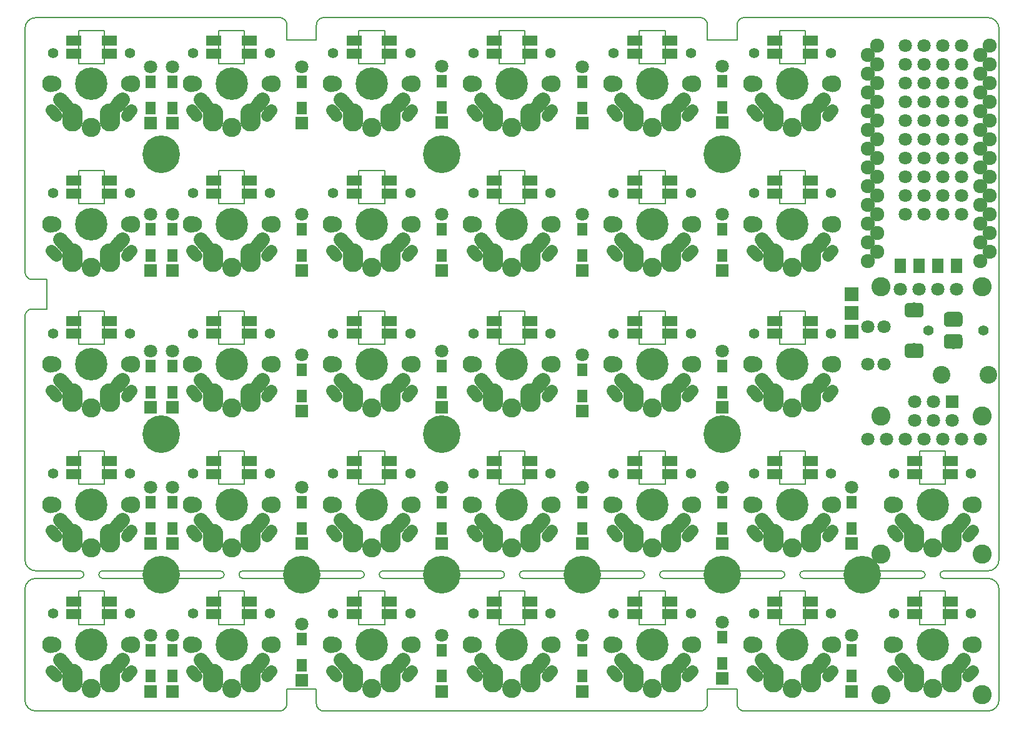
<source format=gbr>
G04 #@! TF.GenerationSoftware,KiCad,Pcbnew,(5.1.2)-2*
G04 #@! TF.CreationDate,2019-08-20T00:13:47-05:00*
G04 #@! TF.ProjectId,helix,68656c69-782e-46b6-9963-61645f706362,rev?*
G04 #@! TF.SameCoordinates,Original*
G04 #@! TF.FileFunction,Soldermask,Bot*
G04 #@! TF.FilePolarity,Negative*
%FSLAX46Y46*%
G04 Gerber Fmt 4.6, Leading zero omitted, Abs format (unit mm)*
G04 Created by KiCad (PCBNEW (5.1.2)-2) date 2019-08-20 00:13:47*
%MOMM*%
%LPD*%
G04 APERTURE LIST*
%ADD10C,0.150000*%
%ADD11C,0.100000*%
%ADD12C,2.000000*%
%ADD13C,1.400000*%
%ADD14C,2.400000*%
%ADD15C,1.797000*%
%ADD16C,1.924000*%
%ADD17C,5.100400*%
%ADD18R,1.797000X1.797000*%
%ADD19R,2.000000X1.400000*%
%ADD20C,2.600000*%
%ADD21R,1.543000X1.035000*%
%ADD22R,1.350000X1.700000*%
%ADD23R,1.924000X1.924000*%
%ADD24C,2.100000*%
%ADD25C,2.800000*%
%ADD26C,1.950000*%
%ADD27C,1.950000*%
%ADD28C,1.650000*%
%ADD29C,1.650000*%
%ADD30C,2.300000*%
%ADD31C,4.400000*%
G04 APERTURE END LIST*
D10*
X180500000Y-138000000D02*
X213500000Y-138000000D01*
X179500000Y-135000000D02*
X179500000Y-137000000D01*
X175500000Y-137000000D02*
X175500000Y-135000000D01*
X123500000Y-138000000D02*
X174500000Y-138000000D01*
X117500000Y-138000000D02*
X84500000Y-138000000D01*
X122500000Y-135000000D02*
X122500000Y-137000000D01*
X118500000Y-135000000D02*
X118500000Y-137000000D01*
X83000000Y-84500000D02*
X83000000Y-117500000D01*
X86000000Y-83500000D02*
X84000000Y-83500000D01*
X84000000Y-79500000D02*
X86000000Y-79500000D01*
X83000000Y-45500000D02*
X83000000Y-78500000D01*
X179500000Y-137000000D02*
G75*
G03X180500000Y-138000000I1000000J0D01*
G01*
X174500000Y-138000000D02*
G75*
G03X175500000Y-137000000I0J1000000D01*
G01*
X122500000Y-137000000D02*
G75*
G03X123500000Y-138000000I1000000J0D01*
G01*
X117500000Y-138000000D02*
G75*
G03X118500000Y-137000000I0J1000000D01*
G01*
X84000000Y-83500000D02*
G75*
G03X83000000Y-84500000I0J-1000000D01*
G01*
X83000000Y-78500000D02*
G75*
G03X84000000Y-79500000I1000000J0D01*
G01*
X180500000Y-44000000D02*
X213500000Y-44000000D01*
X179500000Y-45000000D02*
X179500000Y-47000000D01*
X180500000Y-44000000D02*
G75*
G03X179500000Y-45000000I0J-1000000D01*
G01*
X175500000Y-45000000D02*
X175500000Y-47000000D01*
X175500000Y-45000000D02*
G75*
G03X174500000Y-44000000I-1000000J0D01*
G01*
X123500000Y-44000000D02*
X174500000Y-44000000D01*
X122500000Y-47000000D02*
X122500000Y-45000000D01*
X123500000Y-44000000D02*
G75*
G03X122500000Y-45000000I0J-1000000D01*
G01*
X117500000Y-44000000D02*
X84500000Y-44000000D01*
X118500000Y-45000000D02*
X118500000Y-47000000D01*
X118500000Y-45000000D02*
G75*
G03X117500000Y-44000000I-1000000J0D01*
G01*
X175500000Y-135000000D02*
X179500000Y-135000000D01*
X118500000Y-135000000D02*
X122500000Y-135000000D01*
X175500000Y-47000000D02*
X179500000Y-47000000D01*
X118500000Y-47000000D02*
X122500000Y-47000000D01*
X86000000Y-79500000D02*
X86000000Y-83500000D01*
X204250000Y-126250000D02*
X204250000Y-121750000D01*
X207750000Y-126250000D02*
X204250000Y-126250000D01*
X207750000Y-121750000D02*
X207750000Y-126250000D01*
X204250000Y-121750000D02*
X207750000Y-121750000D01*
X185250000Y-126250000D02*
X185250000Y-121750000D01*
X188750000Y-126250000D02*
X185250000Y-126250000D01*
X188750000Y-121750000D02*
X188750000Y-126250000D01*
X185250000Y-121750000D02*
X188750000Y-121750000D01*
X166250000Y-126250000D02*
X166250000Y-121750000D01*
X169750000Y-126250000D02*
X166250000Y-126250000D01*
X169750000Y-121750000D02*
X169750000Y-126250000D01*
X166250000Y-121750000D02*
X169750000Y-121750000D01*
X147250000Y-126250000D02*
X147250000Y-121750000D01*
X150750000Y-126250000D02*
X147250000Y-126250000D01*
X150750000Y-121750000D02*
X150750000Y-126250000D01*
X147250000Y-121750000D02*
X150750000Y-121750000D01*
X128250000Y-126250000D02*
X128250000Y-121750000D01*
X131750000Y-126250000D02*
X128250000Y-126250000D01*
X131750000Y-121750000D02*
X131750000Y-126250000D01*
X128250000Y-121750000D02*
X131750000Y-121750000D01*
X109250000Y-126250000D02*
X109250000Y-121750000D01*
X112750000Y-126250000D02*
X109250000Y-126250000D01*
X112750000Y-121750000D02*
X112750000Y-126250000D01*
X109250000Y-121750000D02*
X112750000Y-121750000D01*
X90250000Y-126250000D02*
X90250000Y-121750000D01*
X93750000Y-126250000D02*
X90250000Y-126250000D01*
X93750000Y-121750000D02*
X93750000Y-126250000D01*
X90250000Y-121750000D02*
X93750000Y-121750000D01*
X90250000Y-107250000D02*
X90250000Y-102750000D01*
X93750000Y-107250000D02*
X90250000Y-107250000D01*
X93750000Y-102750000D02*
X93750000Y-107250000D01*
X90250000Y-102750000D02*
X93750000Y-102750000D01*
X109250000Y-107250000D02*
X109250000Y-102750000D01*
X112750000Y-107250000D02*
X109250000Y-107250000D01*
X112750000Y-102750000D02*
X112750000Y-107250000D01*
X109250000Y-102750000D02*
X112750000Y-102750000D01*
X128250000Y-107250000D02*
X128250000Y-102750000D01*
X131750000Y-107250000D02*
X128250000Y-107250000D01*
X131750000Y-102750000D02*
X131750000Y-107250000D01*
X128250000Y-102750000D02*
X131750000Y-102750000D01*
X147250000Y-107250000D02*
X147250000Y-102750000D01*
X150750000Y-107250000D02*
X147250000Y-107250000D01*
X150750000Y-102750000D02*
X150750000Y-107250000D01*
X147250000Y-102750000D02*
X150750000Y-102750000D01*
X166250000Y-107250000D02*
X166250000Y-102750000D01*
X169750000Y-107250000D02*
X166250000Y-107250000D01*
X169750000Y-102750000D02*
X169750000Y-107250000D01*
X166250000Y-102750000D02*
X169750000Y-102750000D01*
X185250000Y-107250000D02*
X185250000Y-102750000D01*
X188750000Y-107250000D02*
X185250000Y-107250000D01*
X188750000Y-102750000D02*
X188750000Y-107250000D01*
X185250000Y-102750000D02*
X188750000Y-102750000D01*
X204250000Y-107250000D02*
X204250000Y-102750000D01*
X207750000Y-107250000D02*
X204250000Y-107250000D01*
X207750000Y-102750000D02*
X207750000Y-107250000D01*
X204250000Y-102750000D02*
X207750000Y-102750000D01*
X185250000Y-88250000D02*
X185250000Y-83750000D01*
X188750000Y-88250000D02*
X185250000Y-88250000D01*
X188750000Y-83750000D02*
X188750000Y-88250000D01*
X185250000Y-83750000D02*
X188750000Y-83750000D01*
X166250000Y-88250000D02*
X166250000Y-83750000D01*
X169750000Y-88250000D02*
X166250000Y-88250000D01*
X169750000Y-83750000D02*
X169750000Y-88250000D01*
X166250000Y-83750000D02*
X169750000Y-83750000D01*
X147250000Y-88250000D02*
X147250000Y-83750000D01*
X150750000Y-88250000D02*
X147250000Y-88250000D01*
X150750000Y-83750000D02*
X150750000Y-88250000D01*
X147250000Y-83750000D02*
X150750000Y-83750000D01*
X128250000Y-88250000D02*
X128250000Y-83750000D01*
X131750000Y-88250000D02*
X128250000Y-88250000D01*
X131750000Y-83750000D02*
X131750000Y-88250000D01*
X128250000Y-83750000D02*
X131750000Y-83750000D01*
X109250000Y-88250000D02*
X109250000Y-83750000D01*
X112750000Y-88250000D02*
X109250000Y-88250000D01*
X112750000Y-83750000D02*
X112750000Y-88250000D01*
X109250000Y-83750000D02*
X112750000Y-83750000D01*
X90250000Y-88250000D02*
X90250000Y-83750000D01*
X93750000Y-88250000D02*
X90250000Y-88250000D01*
X93750000Y-83750000D02*
X93750000Y-88250000D01*
X90250000Y-83750000D02*
X93750000Y-83750000D01*
X90250000Y-69250000D02*
X90250000Y-64750000D01*
X93750000Y-69250000D02*
X90250000Y-69250000D01*
X93750000Y-64750000D02*
X93750000Y-69250000D01*
X90250000Y-64750000D02*
X93750000Y-64750000D01*
X109250000Y-69250000D02*
X109250000Y-64750000D01*
X112750000Y-69250000D02*
X109250000Y-69250000D01*
X112750000Y-64750000D02*
X112750000Y-69250000D01*
X109250000Y-64750000D02*
X112750000Y-64750000D01*
X128250000Y-69250000D02*
X128250000Y-64750000D01*
X131750000Y-69250000D02*
X128250000Y-69250000D01*
X131750000Y-64750000D02*
X131750000Y-69250000D01*
X128250000Y-64750000D02*
X131750000Y-64750000D01*
X147250000Y-69250000D02*
X147250000Y-64750000D01*
X150750000Y-69250000D02*
X147250000Y-69250000D01*
X150750000Y-64750000D02*
X150750000Y-69250000D01*
X147250000Y-64750000D02*
X150750000Y-64750000D01*
X166250000Y-69250000D02*
X166250000Y-64750000D01*
X169750000Y-69250000D02*
X166250000Y-69250000D01*
X169750000Y-64750000D02*
X169750000Y-69250000D01*
X166250000Y-64750000D02*
X169750000Y-64750000D01*
X185250000Y-69250000D02*
X185250000Y-64750000D01*
X188750000Y-69250000D02*
X185250000Y-69250000D01*
X188750000Y-64750000D02*
X188750000Y-69250000D01*
X185250000Y-64750000D02*
X188750000Y-64750000D01*
X185250000Y-50250000D02*
X185250000Y-45750000D01*
X188750000Y-50250000D02*
X185250000Y-50250000D01*
X188750000Y-45750000D02*
X188750000Y-50250000D01*
X185250000Y-45750000D02*
X188750000Y-45750000D01*
X166250000Y-50250000D02*
X166250000Y-45750000D01*
X169750000Y-50250000D02*
X166250000Y-50250000D01*
X169750000Y-45750000D02*
X169750000Y-50250000D01*
X166250000Y-45750000D02*
X169750000Y-45750000D01*
X147250000Y-50250000D02*
X147250000Y-45750000D01*
X150750000Y-50250000D02*
X147250000Y-50250000D01*
X150750000Y-45750000D02*
X150750000Y-50250000D01*
X147250000Y-45750000D02*
X150750000Y-45750000D01*
X128250000Y-50250000D02*
X128250000Y-45750000D01*
X131750000Y-50250000D02*
X128250000Y-50250000D01*
X131750000Y-45750000D02*
X131750000Y-50250000D01*
X128250000Y-45750000D02*
X131750000Y-45750000D01*
X109250000Y-50250000D02*
X109250000Y-45750000D01*
X112750000Y-50250000D02*
X109250000Y-50250000D01*
X112750000Y-45750000D02*
X112750000Y-50250000D01*
X109250000Y-45750000D02*
X112750000Y-45750000D01*
X90250000Y-50250000D02*
X90250000Y-45750000D01*
X93750000Y-50250000D02*
X90250000Y-50250000D01*
X93750000Y-45750000D02*
X93750000Y-50250000D01*
X90250000Y-45750000D02*
X93750000Y-45750000D01*
X204500000Y-120000000D02*
X188500000Y-120000000D01*
X188500000Y-119000000D02*
X204500000Y-119000000D01*
X185500000Y-120000000D02*
X169500000Y-120000000D01*
X169500000Y-119000000D02*
X185500000Y-119000000D01*
X166500000Y-120000000D02*
X150500000Y-120000000D01*
X150500000Y-119000000D02*
X166500000Y-119000000D01*
X147500000Y-120000000D02*
X131500000Y-120000000D01*
X131500000Y-119000000D02*
X147500000Y-119000000D01*
X128500000Y-120000000D02*
X112500000Y-120000000D01*
X112500000Y-119000000D02*
X128500000Y-119000000D01*
X93500000Y-120000000D02*
X109500000Y-120000000D01*
X93500000Y-119000000D02*
X109500000Y-119000000D01*
X90500000Y-120000000D02*
X84500000Y-120000000D01*
X84500000Y-119000000D02*
X90500000Y-119000000D01*
X215000000Y-117500000D02*
X215000000Y-45500000D01*
X207500000Y-119000000D02*
X213500000Y-119000000D01*
X213500000Y-120000000D02*
X207500000Y-120000000D01*
X215000000Y-136500000D02*
X215000000Y-121500000D01*
X83000000Y-121500000D02*
X83000000Y-136500000D01*
X215000000Y-45500000D02*
G75*
G03X213500000Y-44000000I-1500000J0D01*
G01*
X84500000Y-44000000D02*
G75*
G03X83000000Y-45500000I0J-1500000D01*
G01*
X207000000Y-119500000D02*
G75*
G03X207500000Y-120000000I500000J0D01*
G01*
X207500000Y-119000000D02*
G75*
G03X207000000Y-119500000I0J-500000D01*
G01*
X204500000Y-120000000D02*
G75*
G03X205000000Y-119500000I0J500000D01*
G01*
X205000000Y-119500000D02*
G75*
G03X204500000Y-119000000I-500000J0D01*
G01*
X188000000Y-119500000D02*
G75*
G03X188500000Y-120000000I500000J0D01*
G01*
X188500000Y-119000000D02*
G75*
G03X188000000Y-119500000I0J-500000D01*
G01*
X185500000Y-120000000D02*
G75*
G03X186000000Y-119500000I0J500000D01*
G01*
X186000000Y-119500000D02*
G75*
G03X185500000Y-119000000I-500000J0D01*
G01*
X169000000Y-119500000D02*
G75*
G03X169500000Y-120000000I500000J0D01*
G01*
X169500000Y-119000000D02*
G75*
G03X169000000Y-119500000I0J-500000D01*
G01*
X166500000Y-120000000D02*
G75*
G03X167000000Y-119500000I0J500000D01*
G01*
X167000000Y-119500000D02*
G75*
G03X166500000Y-119000000I-500000J0D01*
G01*
X150000000Y-119500000D02*
G75*
G03X150500000Y-120000000I500000J0D01*
G01*
X150500000Y-119000000D02*
G75*
G03X150000000Y-119500000I0J-500000D01*
G01*
X147500000Y-120000000D02*
G75*
G03X148000000Y-119500000I0J500000D01*
G01*
X148000000Y-119500000D02*
G75*
G03X147500000Y-119000000I-500000J0D01*
G01*
X131000000Y-119500000D02*
G75*
G03X131500000Y-120000000I500000J0D01*
G01*
X131500000Y-119000000D02*
G75*
G03X131000000Y-119500000I0J-500000D01*
G01*
X128500000Y-120000000D02*
G75*
G03X129000000Y-119500000I0J500000D01*
G01*
X129000000Y-119500000D02*
G75*
G03X128500000Y-119000000I-500000J0D01*
G01*
X112000000Y-119500000D02*
G75*
G03X112500000Y-120000000I500000J0D01*
G01*
X112500000Y-119000000D02*
G75*
G03X112000000Y-119500000I0J-500000D01*
G01*
X109500000Y-120000000D02*
G75*
G03X110000000Y-119500000I0J500000D01*
G01*
X110000000Y-119500000D02*
G75*
G03X109500000Y-119000000I-500000J0D01*
G01*
X93000000Y-119500000D02*
G75*
G03X93500000Y-120000000I500000J0D01*
G01*
X93500000Y-119000000D02*
G75*
G03X93000000Y-119500000I0J-500000D01*
G01*
X90500000Y-120000000D02*
G75*
G03X91000000Y-119500000I0J500000D01*
G01*
X91000000Y-119500000D02*
G75*
G03X90500000Y-119000000I-500000J0D01*
G01*
X83000000Y-117500000D02*
G75*
G03X84500000Y-119000000I1500000J0D01*
G01*
X84500000Y-120000000D02*
G75*
G03X83000000Y-121500000I0J-1500000D01*
G01*
X83000000Y-136500000D02*
G75*
G03X84500000Y-138000000I1500000J0D01*
G01*
X213500000Y-138000000D02*
G75*
G03X215000000Y-136500000I0J1500000D01*
G01*
X215000000Y-121500000D02*
G75*
G03X213500000Y-120000000I-1500000J0D01*
G01*
X213500000Y-119000000D02*
G75*
G03X215000000Y-117500000I0J1500000D01*
G01*
D11*
G36*
X209599009Y-86902408D02*
G01*
X209647545Y-86909607D01*
X209695142Y-86921530D01*
X209741342Y-86938060D01*
X209785698Y-86959039D01*
X209827785Y-86984265D01*
X209867197Y-87013495D01*
X209903553Y-87046447D01*
X209936505Y-87082803D01*
X209965735Y-87122215D01*
X209990961Y-87164302D01*
X210011940Y-87208658D01*
X210028470Y-87254858D01*
X210040393Y-87302455D01*
X210047592Y-87350991D01*
X210050000Y-87400000D01*
X210050000Y-88400000D01*
X210047592Y-88449009D01*
X210040393Y-88497545D01*
X210028470Y-88545142D01*
X210011940Y-88591342D01*
X209990961Y-88635698D01*
X209965735Y-88677785D01*
X209936505Y-88717197D01*
X209903553Y-88753553D01*
X209867197Y-88786505D01*
X209827785Y-88815735D01*
X209785698Y-88840961D01*
X209741342Y-88861940D01*
X209695142Y-88878470D01*
X209647545Y-88890393D01*
X209599009Y-88897592D01*
X209550000Y-88900000D01*
X208050000Y-88900000D01*
X208000991Y-88897592D01*
X207952455Y-88890393D01*
X207904858Y-88878470D01*
X207858658Y-88861940D01*
X207814302Y-88840961D01*
X207772215Y-88815735D01*
X207732803Y-88786505D01*
X207696447Y-88753553D01*
X207663495Y-88717197D01*
X207634265Y-88677785D01*
X207609039Y-88635698D01*
X207588060Y-88591342D01*
X207571530Y-88545142D01*
X207559607Y-88497545D01*
X207552408Y-88449009D01*
X207550000Y-88400000D01*
X207550000Y-87400000D01*
X207552408Y-87350991D01*
X207559607Y-87302455D01*
X207571530Y-87254858D01*
X207588060Y-87208658D01*
X207609039Y-87164302D01*
X207634265Y-87122215D01*
X207663495Y-87082803D01*
X207696447Y-87046447D01*
X207732803Y-87013495D01*
X207772215Y-86984265D01*
X207814302Y-86959039D01*
X207858658Y-86938060D01*
X207904858Y-86921530D01*
X207952455Y-86909607D01*
X208000991Y-86902408D01*
X208050000Y-86900000D01*
X209550000Y-86900000D01*
X209599009Y-86902408D01*
X209599009Y-86902408D01*
G37*
D12*
X208800000Y-87900000D03*
D11*
G36*
X204299009Y-82652408D02*
G01*
X204347545Y-82659607D01*
X204395142Y-82671530D01*
X204441342Y-82688060D01*
X204485698Y-82709039D01*
X204527785Y-82734265D01*
X204567197Y-82763495D01*
X204603553Y-82796447D01*
X204636505Y-82832803D01*
X204665735Y-82872215D01*
X204690961Y-82914302D01*
X204711940Y-82958658D01*
X204728470Y-83004858D01*
X204740393Y-83052455D01*
X204747592Y-83100991D01*
X204750000Y-83150000D01*
X204750000Y-84150000D01*
X204747592Y-84199009D01*
X204740393Y-84247545D01*
X204728470Y-84295142D01*
X204711940Y-84341342D01*
X204690961Y-84385698D01*
X204665735Y-84427785D01*
X204636505Y-84467197D01*
X204603553Y-84503553D01*
X204567197Y-84536505D01*
X204527785Y-84565735D01*
X204485698Y-84590961D01*
X204441342Y-84611940D01*
X204395142Y-84628470D01*
X204347545Y-84640393D01*
X204299009Y-84647592D01*
X204250000Y-84650000D01*
X202750000Y-84650000D01*
X202700991Y-84647592D01*
X202652455Y-84640393D01*
X202604858Y-84628470D01*
X202558658Y-84611940D01*
X202514302Y-84590961D01*
X202472215Y-84565735D01*
X202432803Y-84536505D01*
X202396447Y-84503553D01*
X202363495Y-84467197D01*
X202334265Y-84427785D01*
X202309039Y-84385698D01*
X202288060Y-84341342D01*
X202271530Y-84295142D01*
X202259607Y-84247545D01*
X202252408Y-84199009D01*
X202250000Y-84150000D01*
X202250000Y-83150000D01*
X202252408Y-83100991D01*
X202259607Y-83052455D01*
X202271530Y-83004858D01*
X202288060Y-82958658D01*
X202309039Y-82914302D01*
X202334265Y-82872215D01*
X202363495Y-82832803D01*
X202396447Y-82796447D01*
X202432803Y-82763495D01*
X202472215Y-82734265D01*
X202514302Y-82709039D01*
X202558658Y-82688060D01*
X202604858Y-82671530D01*
X202652455Y-82659607D01*
X202700991Y-82652408D01*
X202750000Y-82650000D01*
X204250000Y-82650000D01*
X204299009Y-82652408D01*
X204299009Y-82652408D01*
G37*
D12*
X203500000Y-83650000D03*
D11*
G36*
X204299009Y-88152408D02*
G01*
X204347545Y-88159607D01*
X204395142Y-88171530D01*
X204441342Y-88188060D01*
X204485698Y-88209039D01*
X204527785Y-88234265D01*
X204567197Y-88263495D01*
X204603553Y-88296447D01*
X204636505Y-88332803D01*
X204665735Y-88372215D01*
X204690961Y-88414302D01*
X204711940Y-88458658D01*
X204728470Y-88504858D01*
X204740393Y-88552455D01*
X204747592Y-88600991D01*
X204750000Y-88650000D01*
X204750000Y-89650000D01*
X204747592Y-89699009D01*
X204740393Y-89747545D01*
X204728470Y-89795142D01*
X204711940Y-89841342D01*
X204690961Y-89885698D01*
X204665735Y-89927785D01*
X204636505Y-89967197D01*
X204603553Y-90003553D01*
X204567197Y-90036505D01*
X204527785Y-90065735D01*
X204485698Y-90090961D01*
X204441342Y-90111940D01*
X204395142Y-90128470D01*
X204347545Y-90140393D01*
X204299009Y-90147592D01*
X204250000Y-90150000D01*
X202750000Y-90150000D01*
X202700991Y-90147592D01*
X202652455Y-90140393D01*
X202604858Y-90128470D01*
X202558658Y-90111940D01*
X202514302Y-90090961D01*
X202472215Y-90065735D01*
X202432803Y-90036505D01*
X202396447Y-90003553D01*
X202363495Y-89967197D01*
X202334265Y-89927785D01*
X202309039Y-89885698D01*
X202288060Y-89841342D01*
X202271530Y-89795142D01*
X202259607Y-89747545D01*
X202252408Y-89699009D01*
X202250000Y-89650000D01*
X202250000Y-88650000D01*
X202252408Y-88600991D01*
X202259607Y-88552455D01*
X202271530Y-88504858D01*
X202288060Y-88458658D01*
X202309039Y-88414302D01*
X202334265Y-88372215D01*
X202363495Y-88332803D01*
X202396447Y-88296447D01*
X202432803Y-88263495D01*
X202472215Y-88234265D01*
X202514302Y-88209039D01*
X202558658Y-88188060D01*
X202604858Y-88171530D01*
X202652455Y-88159607D01*
X202700991Y-88152408D01*
X202750000Y-88150000D01*
X204250000Y-88150000D01*
X204299009Y-88152408D01*
X204299009Y-88152408D01*
G37*
D12*
X203500000Y-89150000D03*
D11*
G36*
X209599009Y-83902408D02*
G01*
X209647545Y-83909607D01*
X209695142Y-83921530D01*
X209741342Y-83938060D01*
X209785698Y-83959039D01*
X209827785Y-83984265D01*
X209867197Y-84013495D01*
X209903553Y-84046447D01*
X209936505Y-84082803D01*
X209965735Y-84122215D01*
X209990961Y-84164302D01*
X210011940Y-84208658D01*
X210028470Y-84254858D01*
X210040393Y-84302455D01*
X210047592Y-84350991D01*
X210050000Y-84400000D01*
X210050000Y-85400000D01*
X210047592Y-85449009D01*
X210040393Y-85497545D01*
X210028470Y-85545142D01*
X210011940Y-85591342D01*
X209990961Y-85635698D01*
X209965735Y-85677785D01*
X209936505Y-85717197D01*
X209903553Y-85753553D01*
X209867197Y-85786505D01*
X209827785Y-85815735D01*
X209785698Y-85840961D01*
X209741342Y-85861940D01*
X209695142Y-85878470D01*
X209647545Y-85890393D01*
X209599009Y-85897592D01*
X209550000Y-85900000D01*
X208050000Y-85900000D01*
X208000991Y-85897592D01*
X207952455Y-85890393D01*
X207904858Y-85878470D01*
X207858658Y-85861940D01*
X207814302Y-85840961D01*
X207772215Y-85815735D01*
X207732803Y-85786505D01*
X207696447Y-85753553D01*
X207663495Y-85717197D01*
X207634265Y-85677785D01*
X207609039Y-85635698D01*
X207588060Y-85591342D01*
X207571530Y-85545142D01*
X207559607Y-85497545D01*
X207552408Y-85449009D01*
X207550000Y-85400000D01*
X207550000Y-84400000D01*
X207552408Y-84350991D01*
X207559607Y-84302455D01*
X207571530Y-84254858D01*
X207588060Y-84208658D01*
X207609039Y-84164302D01*
X207634265Y-84122215D01*
X207663495Y-84082803D01*
X207696447Y-84046447D01*
X207732803Y-84013495D01*
X207772215Y-83984265D01*
X207814302Y-83959039D01*
X207858658Y-83938060D01*
X207904858Y-83921530D01*
X207952455Y-83909607D01*
X208000991Y-83902408D01*
X208050000Y-83900000D01*
X209550000Y-83900000D01*
X209599009Y-83902408D01*
X209599009Y-83902408D01*
G37*
D12*
X208800000Y-84900000D03*
D13*
X205400000Y-86400000D03*
X212900000Y-86400000D03*
D14*
X213600000Y-92400000D03*
X207200000Y-92400000D03*
D15*
X197220000Y-85910000D03*
X197220000Y-90990000D03*
X199400000Y-85910000D03*
X199400000Y-90990000D03*
D16*
X198490000Y-47810000D03*
X198490000Y-50350000D03*
X198490000Y-52890000D03*
X198490000Y-55430000D03*
X198490000Y-57970000D03*
X198490000Y-60510000D03*
X198490000Y-63050000D03*
X198490000Y-65590000D03*
X198490000Y-68130000D03*
X198490000Y-70670000D03*
X198490000Y-73210000D03*
X198490000Y-75750000D03*
X213730000Y-75750000D03*
X213730000Y-73210000D03*
X213730000Y-70670000D03*
X213730000Y-68130000D03*
X213730000Y-65590000D03*
X213730000Y-63050000D03*
X213730000Y-60510000D03*
X213730000Y-57970000D03*
X213730000Y-55430000D03*
X213730000Y-52890000D03*
X213730000Y-50350000D03*
X213730000Y-47810000D03*
D17*
X139500000Y-100500000D03*
X139500000Y-62500000D03*
X158500000Y-119500000D03*
X120500000Y-119500000D03*
D18*
X208650000Y-96070000D03*
D15*
X208650000Y-98610000D03*
X206110000Y-96070000D03*
X206110000Y-98610000D03*
X203570000Y-96070000D03*
X203570000Y-98610000D03*
D17*
X139500000Y-119500000D03*
X196500000Y-119500000D03*
D19*
X113400000Y-48875000D03*
X113400000Y-47125000D03*
X108600000Y-47125000D03*
X108600000Y-48875000D03*
X94400000Y-48875000D03*
X94400000Y-47125000D03*
X89600000Y-47125000D03*
X89600000Y-48875000D03*
D20*
X199000000Y-98000000D03*
X212750000Y-98000000D03*
D17*
X177500000Y-119500000D03*
X177500000Y-100500000D03*
X177500000Y-62500000D03*
D20*
X199000000Y-135750000D03*
X212750000Y-135750000D03*
D15*
X197220000Y-101150000D03*
X199760000Y-101150000D03*
X212460000Y-101150000D03*
X209920000Y-101150000D03*
X207380000Y-101150000D03*
X204840000Y-101150000D03*
X202300000Y-101150000D03*
D20*
X199000000Y-116750000D03*
X212750000Y-116750000D03*
X199000000Y-80500000D03*
D15*
X209285000Y-80830000D03*
X206745000Y-80830000D03*
X204205000Y-80830000D03*
X201665000Y-80830000D03*
D17*
X101500000Y-100500000D03*
X101500000Y-119500000D03*
D15*
X209920000Y-70670000D03*
X207380000Y-70670000D03*
X204840000Y-70670000D03*
X202300000Y-70670000D03*
X202300000Y-68130000D03*
X204840000Y-68130000D03*
X207380000Y-68130000D03*
X209920000Y-68130000D03*
X209920000Y-65590000D03*
X207380000Y-65590000D03*
X204840000Y-65590000D03*
X202300000Y-65590000D03*
X202300000Y-63050000D03*
X204840000Y-63050000D03*
X207380000Y-63050000D03*
X209920000Y-63050000D03*
X209920000Y-60510000D03*
X207380000Y-60510000D03*
X204840000Y-60510000D03*
X202300000Y-60510000D03*
X202300000Y-57970000D03*
X204840000Y-57970000D03*
X207380000Y-57970000D03*
X209920000Y-57970000D03*
X209920000Y-55430000D03*
X207380000Y-55430000D03*
X204840000Y-55430000D03*
X202300000Y-55430000D03*
X202300000Y-52890000D03*
X204840000Y-52890000D03*
X207380000Y-52890000D03*
X209920000Y-52890000D03*
X209920000Y-50350000D03*
X207380000Y-50350000D03*
X204840000Y-50350000D03*
X202300000Y-50350000D03*
X202300000Y-47810000D03*
X204840000Y-47810000D03*
X207380000Y-47810000D03*
X209920000Y-47810000D03*
D21*
X209285000Y-77154620D03*
X209285000Y-78155380D03*
X206745000Y-77154620D03*
X206745000Y-78155380D03*
X204205000Y-77154620D03*
X204205000Y-78155380D03*
X201665000Y-77154620D03*
X201665000Y-78155380D03*
D17*
X101500000Y-62500000D03*
D22*
X100000000Y-52725000D03*
X100000000Y-56275000D03*
D18*
X100000000Y-58310000D03*
D15*
X100000000Y-50690000D03*
D22*
X103000000Y-52725000D03*
X103000000Y-56275000D03*
D18*
X103000000Y-58310000D03*
D15*
X103000000Y-50690000D03*
D22*
X120500000Y-52725000D03*
X120500000Y-56275000D03*
D18*
X120500000Y-58310000D03*
D15*
X120500000Y-50690000D03*
D22*
X139500000Y-52625000D03*
X139500000Y-56175000D03*
D18*
X139500000Y-58210000D03*
D15*
X139500000Y-50590000D03*
D22*
X158500000Y-52725000D03*
X158500000Y-56275000D03*
D18*
X158500000Y-58310000D03*
D15*
X158500000Y-50690000D03*
D22*
X177500000Y-52625000D03*
X177500000Y-56175000D03*
D18*
X177500000Y-58210000D03*
D15*
X177500000Y-50590000D03*
D22*
X100000000Y-72725000D03*
X100000000Y-76275000D03*
D18*
X100000000Y-78310000D03*
D15*
X100000000Y-70690000D03*
D22*
X103000000Y-72725000D03*
X103000000Y-76275000D03*
D18*
X103000000Y-78310000D03*
D15*
X103000000Y-70690000D03*
D22*
X120500000Y-72725000D03*
X120500000Y-76275000D03*
D18*
X120500000Y-78310000D03*
D15*
X120500000Y-70690000D03*
D22*
X139500000Y-72725000D03*
X139500000Y-76275000D03*
D18*
X139500000Y-78310000D03*
D15*
X139500000Y-70690000D03*
D22*
X158500000Y-72725000D03*
X158500000Y-76275000D03*
D18*
X158500000Y-78310000D03*
D15*
X158500000Y-70690000D03*
D22*
X177500000Y-72725000D03*
X177500000Y-76275000D03*
D18*
X177500000Y-78310000D03*
D15*
X177500000Y-70690000D03*
D22*
X100000000Y-91225000D03*
X100000000Y-94775000D03*
D18*
X100000000Y-96810000D03*
D15*
X100000000Y-89190000D03*
D22*
X103000000Y-91225000D03*
X103000000Y-94775000D03*
D18*
X103000000Y-96810000D03*
D15*
X103000000Y-89190000D03*
D22*
X120500000Y-91725000D03*
X120500000Y-95275000D03*
D18*
X120500000Y-97310000D03*
D15*
X120500000Y-89690000D03*
D22*
X139500000Y-91225000D03*
X139500000Y-94775000D03*
D18*
X139500000Y-96810000D03*
D15*
X139500000Y-89190000D03*
D22*
X158500000Y-91725000D03*
X158500000Y-95275000D03*
D18*
X158500000Y-97310000D03*
D15*
X158500000Y-89690000D03*
D22*
X177500000Y-91225000D03*
X177500000Y-94775000D03*
D18*
X177500000Y-96810000D03*
D15*
X177500000Y-89190000D03*
D22*
X100000000Y-109725000D03*
X100000000Y-113275000D03*
D18*
X100000000Y-115310000D03*
D15*
X100000000Y-107690000D03*
D22*
X103000000Y-109725000D03*
X103000000Y-113275000D03*
D18*
X103000000Y-115310000D03*
D15*
X103000000Y-107690000D03*
D22*
X120500000Y-109725000D03*
X120500000Y-113275000D03*
D18*
X120500000Y-115310000D03*
D15*
X120500000Y-107690000D03*
D22*
X139500000Y-109725000D03*
X139500000Y-113275000D03*
D18*
X139500000Y-115310000D03*
D15*
X139500000Y-107690000D03*
D22*
X158500000Y-109725000D03*
X158500000Y-113275000D03*
D18*
X158500000Y-115310000D03*
D15*
X158500000Y-107690000D03*
D22*
X177500000Y-109725000D03*
X177500000Y-113275000D03*
D18*
X177500000Y-115310000D03*
D15*
X177500000Y-107690000D03*
D22*
X195000000Y-109725000D03*
X195000000Y-113275000D03*
D18*
X195000000Y-115310000D03*
D15*
X195000000Y-107690000D03*
D22*
X100000000Y-129725000D03*
X100000000Y-133275000D03*
D18*
X100000000Y-135310000D03*
D15*
X100000000Y-127690000D03*
D22*
X103000000Y-129725000D03*
X103000000Y-133275000D03*
D18*
X103000000Y-135310000D03*
D15*
X103000000Y-127690000D03*
D22*
X120500000Y-128225000D03*
X120500000Y-131775000D03*
D18*
X120500000Y-133810000D03*
D15*
X120500000Y-126190000D03*
D22*
X139500000Y-129725000D03*
X139500000Y-133275000D03*
D18*
X139500000Y-135310000D03*
D15*
X139500000Y-127690000D03*
D22*
X158500000Y-129725000D03*
X158500000Y-133275000D03*
D18*
X158500000Y-135310000D03*
D15*
X158500000Y-127690000D03*
D22*
X177500000Y-128000000D03*
X177500000Y-131550000D03*
D18*
X177500000Y-133585000D03*
D15*
X177500000Y-125965000D03*
D22*
X195000000Y-129725000D03*
X195000000Y-133275000D03*
D18*
X195000000Y-135310000D03*
D15*
X195000000Y-127690000D03*
D16*
X197220000Y-49080000D03*
X197220000Y-51620000D03*
X197220000Y-54160000D03*
X197220000Y-56700000D03*
X197220000Y-59240000D03*
X197220000Y-61780000D03*
X197220000Y-64320000D03*
X197220000Y-66860000D03*
X197220000Y-69400000D03*
X197220000Y-71940000D03*
X197220000Y-74480000D03*
X197220000Y-77020000D03*
X212460000Y-77020000D03*
X212460000Y-74480000D03*
X212460000Y-71940000D03*
X212460000Y-69400000D03*
X212460000Y-66860000D03*
X212460000Y-64320000D03*
X212460000Y-61780000D03*
X212460000Y-59240000D03*
X212460000Y-56700000D03*
X212460000Y-54160000D03*
X212460000Y-51620000D03*
X212460000Y-49080000D03*
D20*
X212750000Y-80500000D03*
D19*
X132400000Y-48875000D03*
X132400000Y-47125000D03*
X127600000Y-47125000D03*
X127600000Y-48875000D03*
X151400000Y-48875000D03*
X151400000Y-47125000D03*
X146600000Y-47125000D03*
X146600000Y-48875000D03*
X170400000Y-48875000D03*
X170400000Y-47125000D03*
X165600000Y-47125000D03*
X165600000Y-48875000D03*
X89600000Y-66125000D03*
X89600000Y-67875000D03*
X94400000Y-67875000D03*
X94400000Y-66125000D03*
X108600000Y-66125000D03*
X108600000Y-67875000D03*
X113400000Y-67875000D03*
X113400000Y-66125000D03*
X127600000Y-66125000D03*
X127600000Y-67875000D03*
X132400000Y-67875000D03*
X132400000Y-66125000D03*
X146600000Y-66125000D03*
X146600000Y-67875000D03*
X151400000Y-67875000D03*
X151400000Y-66125000D03*
X165600000Y-66125000D03*
X165600000Y-67875000D03*
X170400000Y-67875000D03*
X170400000Y-66125000D03*
X184600000Y-66125000D03*
X184600000Y-67875000D03*
X189400000Y-67875000D03*
X189400000Y-66125000D03*
X94400000Y-86875000D03*
X94400000Y-85125000D03*
X89600000Y-85125000D03*
X89600000Y-86875000D03*
X113400000Y-86875000D03*
X113400000Y-85125000D03*
X108600000Y-85125000D03*
X108600000Y-86875000D03*
X132400000Y-86875000D03*
X132400000Y-85125000D03*
X127600000Y-85125000D03*
X127600000Y-86875000D03*
X151400000Y-86875000D03*
X151400000Y-85125000D03*
X146600000Y-85125000D03*
X146600000Y-86875000D03*
X170400000Y-86875000D03*
X170400000Y-85125000D03*
X165600000Y-85125000D03*
X165600000Y-86875000D03*
X189400000Y-86875000D03*
X189400000Y-85125000D03*
X184600000Y-85125000D03*
X184600000Y-86875000D03*
X89600000Y-104125000D03*
X89600000Y-105875000D03*
X94400000Y-105875000D03*
X94400000Y-104125000D03*
X108600000Y-104125000D03*
X108600000Y-105875000D03*
X113400000Y-105875000D03*
X113400000Y-104125000D03*
X127600000Y-104125000D03*
X127600000Y-105875000D03*
X132400000Y-105875000D03*
X132400000Y-104125000D03*
X146600000Y-104125000D03*
X146600000Y-105875000D03*
X151400000Y-105875000D03*
X151400000Y-104125000D03*
X165600000Y-104125000D03*
X165600000Y-105875000D03*
X170400000Y-105875000D03*
X170400000Y-104125000D03*
X184600000Y-104125000D03*
X184600000Y-105875000D03*
X189400000Y-105875000D03*
X189400000Y-104125000D03*
X203600000Y-104125000D03*
X203600000Y-105875000D03*
X208400000Y-105875000D03*
X208400000Y-104125000D03*
X94400000Y-124875000D03*
X94400000Y-123125000D03*
X89600000Y-123125000D03*
X89600000Y-124875000D03*
X113400000Y-124875000D03*
X113400000Y-123125000D03*
X108600000Y-123125000D03*
X108600000Y-124875000D03*
X132400000Y-124875000D03*
X132400000Y-123125000D03*
X127600000Y-123125000D03*
X127600000Y-124875000D03*
X151400000Y-124875000D03*
X151400000Y-123125000D03*
X146600000Y-123125000D03*
X146600000Y-124875000D03*
X170400000Y-124875000D03*
X170400000Y-123125000D03*
X165600000Y-123125000D03*
X165600000Y-124875000D03*
X189400000Y-124875000D03*
X189400000Y-123125000D03*
X184600000Y-123125000D03*
X184600000Y-124875000D03*
X208400000Y-124875000D03*
X208400000Y-123125000D03*
X203600000Y-123125000D03*
X203600000Y-124875000D03*
X189400000Y-48875000D03*
X189400000Y-47125000D03*
X184600000Y-47125000D03*
X184600000Y-48875000D03*
D23*
X195000000Y-86580000D03*
X195000000Y-84040000D03*
X195000000Y-81500000D03*
D13*
X135220000Y-67800000D03*
X124780000Y-67800000D03*
D24*
X135080000Y-72000000D03*
X124920000Y-72000000D03*
D25*
X132540000Y-76500000D03*
X132540000Y-76000000D03*
X127460000Y-76000000D03*
X127460000Y-76500000D03*
D26*
X126190000Y-74540000D03*
D27*
X126591742Y-75018778D02*
X125788258Y-74061222D01*
D25*
X132540000Y-77080000D03*
D26*
X133810000Y-74540000D03*
D27*
X134211742Y-74061222D02*
X133408258Y-75018778D01*
D25*
X127460000Y-77080000D03*
D20*
X130000000Y-77900000D03*
D28*
X135100000Y-75900000D03*
D29*
X135405324Y-75536129D02*
X134794676Y-76263871D01*
D30*
X124500000Y-72000000D03*
X135500000Y-72000000D03*
D31*
X130000000Y-72000000D03*
D28*
X124900000Y-75900000D03*
D29*
X125205324Y-76263871D02*
X124594676Y-75536129D01*
D13*
X154220000Y-48800000D03*
X143780000Y-48800000D03*
D24*
X154080000Y-53000000D03*
X143920000Y-53000000D03*
D25*
X151540000Y-57500000D03*
X151540000Y-57000000D03*
X146460000Y-57000000D03*
X146460000Y-57500000D03*
D26*
X145190000Y-55540000D03*
D27*
X145591742Y-56018778D02*
X144788258Y-55061222D01*
D25*
X151540000Y-58080000D03*
D26*
X152810000Y-55540000D03*
D27*
X153211742Y-55061222D02*
X152408258Y-56018778D01*
D25*
X146460000Y-58080000D03*
D20*
X149000000Y-58900000D03*
D28*
X154100000Y-56900000D03*
D29*
X154405324Y-56536129D02*
X153794676Y-57263871D01*
D30*
X143500000Y-53000000D03*
X154500000Y-53000000D03*
D31*
X149000000Y-53000000D03*
D28*
X143900000Y-56900000D03*
D29*
X144205324Y-57263871D02*
X143594676Y-56536129D01*
D13*
X97220000Y-48800000D03*
X86780000Y-48800000D03*
D24*
X97080000Y-53000000D03*
X86920000Y-53000000D03*
D25*
X94540000Y-57500000D03*
X94540000Y-57000000D03*
X89460000Y-57000000D03*
X89460000Y-57500000D03*
D26*
X88190000Y-55540000D03*
D27*
X88591742Y-56018778D02*
X87788258Y-55061222D01*
D25*
X94540000Y-58080000D03*
D26*
X95810000Y-55540000D03*
D27*
X96211742Y-55061222D02*
X95408258Y-56018778D01*
D25*
X89460000Y-58080000D03*
D20*
X92000000Y-58900000D03*
D28*
X97100000Y-56900000D03*
D29*
X97405324Y-56536129D02*
X96794676Y-57263871D01*
D30*
X86500000Y-53000000D03*
X97500000Y-53000000D03*
D31*
X92000000Y-53000000D03*
D28*
X86900000Y-56900000D03*
D29*
X87205324Y-57263871D02*
X86594676Y-56536129D01*
D13*
X211220000Y-124800000D03*
X200780000Y-124800000D03*
D24*
X211080000Y-129000000D03*
X200920000Y-129000000D03*
D25*
X208540000Y-133500000D03*
X208540000Y-133000000D03*
X203460000Y-133000000D03*
X203460000Y-133500000D03*
D26*
X202190000Y-131540000D03*
D27*
X202591742Y-132018778D02*
X201788258Y-131061222D01*
D25*
X208540000Y-134080000D03*
D26*
X209810000Y-131540000D03*
D27*
X210211742Y-131061222D02*
X209408258Y-132018778D01*
D25*
X203460000Y-134080000D03*
D20*
X206000000Y-134900000D03*
D28*
X211100000Y-132900000D03*
D29*
X211405324Y-132536129D02*
X210794676Y-133263871D01*
D30*
X200500000Y-129000000D03*
X211500000Y-129000000D03*
D31*
X206000000Y-129000000D03*
D28*
X200900000Y-132900000D03*
D29*
X201205324Y-133263871D02*
X200594676Y-132536129D01*
D13*
X192220000Y-124800000D03*
X181780000Y-124800000D03*
D24*
X192080000Y-129000000D03*
X181920000Y-129000000D03*
D25*
X189540000Y-133500000D03*
X189540000Y-133000000D03*
X184460000Y-133000000D03*
X184460000Y-133500000D03*
D26*
X183190000Y-131540000D03*
D27*
X183591742Y-132018778D02*
X182788258Y-131061222D01*
D25*
X189540000Y-134080000D03*
D26*
X190810000Y-131540000D03*
D27*
X191211742Y-131061222D02*
X190408258Y-132018778D01*
D25*
X184460000Y-134080000D03*
D20*
X187000000Y-134900000D03*
D28*
X192100000Y-132900000D03*
D29*
X192405324Y-132536129D02*
X191794676Y-133263871D01*
D30*
X181500000Y-129000000D03*
X192500000Y-129000000D03*
D31*
X187000000Y-129000000D03*
D28*
X181900000Y-132900000D03*
D29*
X182205324Y-133263871D02*
X181594676Y-132536129D01*
D13*
X173220000Y-124800000D03*
X162780000Y-124800000D03*
D24*
X173080000Y-129000000D03*
X162920000Y-129000000D03*
D25*
X170540000Y-133500000D03*
X170540000Y-133000000D03*
X165460000Y-133000000D03*
X165460000Y-133500000D03*
D26*
X164190000Y-131540000D03*
D27*
X164591742Y-132018778D02*
X163788258Y-131061222D01*
D25*
X170540000Y-134080000D03*
D26*
X171810000Y-131540000D03*
D27*
X172211742Y-131061222D02*
X171408258Y-132018778D01*
D25*
X165460000Y-134080000D03*
D20*
X168000000Y-134900000D03*
D28*
X173100000Y-132900000D03*
D29*
X173405324Y-132536129D02*
X172794676Y-133263871D01*
D30*
X162500000Y-129000000D03*
X173500000Y-129000000D03*
D31*
X168000000Y-129000000D03*
D28*
X162900000Y-132900000D03*
D29*
X163205324Y-133263871D02*
X162594676Y-132536129D01*
D13*
X154220000Y-124800000D03*
X143780000Y-124800000D03*
D24*
X154080000Y-129000000D03*
X143920000Y-129000000D03*
D25*
X151540000Y-133500000D03*
X151540000Y-133000000D03*
X146460000Y-133000000D03*
X146460000Y-133500000D03*
D26*
X145190000Y-131540000D03*
D27*
X145591742Y-132018778D02*
X144788258Y-131061222D01*
D25*
X151540000Y-134080000D03*
D26*
X152810000Y-131540000D03*
D27*
X153211742Y-131061222D02*
X152408258Y-132018778D01*
D25*
X146460000Y-134080000D03*
D20*
X149000000Y-134900000D03*
D28*
X154100000Y-132900000D03*
D29*
X154405324Y-132536129D02*
X153794676Y-133263871D01*
D30*
X143500000Y-129000000D03*
X154500000Y-129000000D03*
D31*
X149000000Y-129000000D03*
D28*
X143900000Y-132900000D03*
D29*
X144205324Y-133263871D02*
X143594676Y-132536129D01*
D13*
X135220000Y-124800000D03*
X124780000Y-124800000D03*
D24*
X135080000Y-129000000D03*
X124920000Y-129000000D03*
D25*
X132540000Y-133500000D03*
X132540000Y-133000000D03*
X127460000Y-133000000D03*
X127460000Y-133500000D03*
D26*
X126190000Y-131540000D03*
D27*
X126591742Y-132018778D02*
X125788258Y-131061222D01*
D25*
X132540000Y-134080000D03*
D26*
X133810000Y-131540000D03*
D27*
X134211742Y-131061222D02*
X133408258Y-132018778D01*
D25*
X127460000Y-134080000D03*
D20*
X130000000Y-134900000D03*
D28*
X135100000Y-132900000D03*
D29*
X135405324Y-132536129D02*
X134794676Y-133263871D01*
D30*
X124500000Y-129000000D03*
X135500000Y-129000000D03*
D31*
X130000000Y-129000000D03*
D28*
X124900000Y-132900000D03*
D29*
X125205324Y-133263871D02*
X124594676Y-132536129D01*
D13*
X116220000Y-124800000D03*
X105780000Y-124800000D03*
D24*
X116080000Y-129000000D03*
X105920000Y-129000000D03*
D25*
X113540000Y-133500000D03*
X113540000Y-133000000D03*
X108460000Y-133000000D03*
X108460000Y-133500000D03*
D26*
X107190000Y-131540000D03*
D27*
X107591742Y-132018778D02*
X106788258Y-131061222D01*
D25*
X113540000Y-134080000D03*
D26*
X114810000Y-131540000D03*
D27*
X115211742Y-131061222D02*
X114408258Y-132018778D01*
D25*
X108460000Y-134080000D03*
D20*
X111000000Y-134900000D03*
D28*
X116100000Y-132900000D03*
D29*
X116405324Y-132536129D02*
X115794676Y-133263871D01*
D30*
X105500000Y-129000000D03*
X116500000Y-129000000D03*
D31*
X111000000Y-129000000D03*
D28*
X105900000Y-132900000D03*
D29*
X106205324Y-133263871D02*
X105594676Y-132536129D01*
D13*
X97220000Y-124800000D03*
X86780000Y-124800000D03*
D24*
X97080000Y-129000000D03*
X86920000Y-129000000D03*
D25*
X94540000Y-133500000D03*
X94540000Y-133000000D03*
X89460000Y-133000000D03*
X89460000Y-133500000D03*
D26*
X88190000Y-131540000D03*
D27*
X88591742Y-132018778D02*
X87788258Y-131061222D01*
D25*
X94540000Y-134080000D03*
D26*
X95810000Y-131540000D03*
D27*
X96211742Y-131061222D02*
X95408258Y-132018778D01*
D25*
X89460000Y-134080000D03*
D20*
X92000000Y-134900000D03*
D28*
X97100000Y-132900000D03*
D29*
X97405324Y-132536129D02*
X96794676Y-133263871D01*
D30*
X86500000Y-129000000D03*
X97500000Y-129000000D03*
D31*
X92000000Y-129000000D03*
D28*
X86900000Y-132900000D03*
D29*
X87205324Y-133263871D02*
X86594676Y-132536129D01*
D13*
X211220000Y-105800000D03*
X200780000Y-105800000D03*
D24*
X211080000Y-110000000D03*
X200920000Y-110000000D03*
D25*
X208540000Y-114500000D03*
X208540000Y-114000000D03*
X203460000Y-114000000D03*
X203460000Y-114500000D03*
D26*
X202190000Y-112540000D03*
D27*
X202591742Y-113018778D02*
X201788258Y-112061222D01*
D25*
X208540000Y-115080000D03*
D26*
X209810000Y-112540000D03*
D27*
X210211742Y-112061222D02*
X209408258Y-113018778D01*
D25*
X203460000Y-115080000D03*
D20*
X206000000Y-115900000D03*
D28*
X211100000Y-113900000D03*
D29*
X211405324Y-113536129D02*
X210794676Y-114263871D01*
D30*
X200500000Y-110000000D03*
X211500000Y-110000000D03*
D31*
X206000000Y-110000000D03*
D28*
X200900000Y-113900000D03*
D29*
X201205324Y-114263871D02*
X200594676Y-113536129D01*
D13*
X192220000Y-105800000D03*
X181780000Y-105800000D03*
D24*
X192080000Y-110000000D03*
X181920000Y-110000000D03*
D25*
X189540000Y-114500000D03*
X189540000Y-114000000D03*
X184460000Y-114000000D03*
X184460000Y-114500000D03*
D26*
X183190000Y-112540000D03*
D27*
X183591742Y-113018778D02*
X182788258Y-112061222D01*
D25*
X189540000Y-115080000D03*
D26*
X190810000Y-112540000D03*
D27*
X191211742Y-112061222D02*
X190408258Y-113018778D01*
D25*
X184460000Y-115080000D03*
D20*
X187000000Y-115900000D03*
D28*
X192100000Y-113900000D03*
D29*
X192405324Y-113536129D02*
X191794676Y-114263871D01*
D30*
X181500000Y-110000000D03*
X192500000Y-110000000D03*
D31*
X187000000Y-110000000D03*
D28*
X181900000Y-113900000D03*
D29*
X182205324Y-114263871D02*
X181594676Y-113536129D01*
D13*
X173220000Y-105800000D03*
X162780000Y-105800000D03*
D24*
X173080000Y-110000000D03*
X162920000Y-110000000D03*
D25*
X170540000Y-114500000D03*
X170540000Y-114000000D03*
X165460000Y-114000000D03*
X165460000Y-114500000D03*
D26*
X164190000Y-112540000D03*
D27*
X164591742Y-113018778D02*
X163788258Y-112061222D01*
D25*
X170540000Y-115080000D03*
D26*
X171810000Y-112540000D03*
D27*
X172211742Y-112061222D02*
X171408258Y-113018778D01*
D25*
X165460000Y-115080000D03*
D20*
X168000000Y-115900000D03*
D28*
X173100000Y-113900000D03*
D29*
X173405324Y-113536129D02*
X172794676Y-114263871D01*
D30*
X162500000Y-110000000D03*
X173500000Y-110000000D03*
D31*
X168000000Y-110000000D03*
D28*
X162900000Y-113900000D03*
D29*
X163205324Y-114263871D02*
X162594676Y-113536129D01*
D13*
X154220000Y-105800000D03*
X143780000Y-105800000D03*
D24*
X154080000Y-110000000D03*
X143920000Y-110000000D03*
D25*
X151540000Y-114500000D03*
X151540000Y-114000000D03*
X146460000Y-114000000D03*
X146460000Y-114500000D03*
D26*
X145190000Y-112540000D03*
D27*
X145591742Y-113018778D02*
X144788258Y-112061222D01*
D25*
X151540000Y-115080000D03*
D26*
X152810000Y-112540000D03*
D27*
X153211742Y-112061222D02*
X152408258Y-113018778D01*
D25*
X146460000Y-115080000D03*
D20*
X149000000Y-115900000D03*
D28*
X154100000Y-113900000D03*
D29*
X154405324Y-113536129D02*
X153794676Y-114263871D01*
D30*
X143500000Y-110000000D03*
X154500000Y-110000000D03*
D31*
X149000000Y-110000000D03*
D28*
X143900000Y-113900000D03*
D29*
X144205324Y-114263871D02*
X143594676Y-113536129D01*
D13*
X135220000Y-105800000D03*
X124780000Y-105800000D03*
D24*
X135080000Y-110000000D03*
X124920000Y-110000000D03*
D25*
X132540000Y-114500000D03*
X132540000Y-114000000D03*
X127460000Y-114000000D03*
X127460000Y-114500000D03*
D26*
X126190000Y-112540000D03*
D27*
X126591742Y-113018778D02*
X125788258Y-112061222D01*
D25*
X132540000Y-115080000D03*
D26*
X133810000Y-112540000D03*
D27*
X134211742Y-112061222D02*
X133408258Y-113018778D01*
D25*
X127460000Y-115080000D03*
D20*
X130000000Y-115900000D03*
D28*
X135100000Y-113900000D03*
D29*
X135405324Y-113536129D02*
X134794676Y-114263871D01*
D30*
X124500000Y-110000000D03*
X135500000Y-110000000D03*
D31*
X130000000Y-110000000D03*
D28*
X124900000Y-113900000D03*
D29*
X125205324Y-114263871D02*
X124594676Y-113536129D01*
D13*
X116220000Y-105800000D03*
X105780000Y-105800000D03*
D24*
X116080000Y-110000000D03*
X105920000Y-110000000D03*
D25*
X113540000Y-114500000D03*
X113540000Y-114000000D03*
X108460000Y-114000000D03*
X108460000Y-114500000D03*
D26*
X107190000Y-112540000D03*
D27*
X107591742Y-113018778D02*
X106788258Y-112061222D01*
D25*
X113540000Y-115080000D03*
D26*
X114810000Y-112540000D03*
D27*
X115211742Y-112061222D02*
X114408258Y-113018778D01*
D25*
X108460000Y-115080000D03*
D20*
X111000000Y-115900000D03*
D28*
X116100000Y-113900000D03*
D29*
X116405324Y-113536129D02*
X115794676Y-114263871D01*
D30*
X105500000Y-110000000D03*
X116500000Y-110000000D03*
D31*
X111000000Y-110000000D03*
D28*
X105900000Y-113900000D03*
D29*
X106205324Y-114263871D02*
X105594676Y-113536129D01*
D13*
X97220000Y-105800000D03*
X86780000Y-105800000D03*
D24*
X97080000Y-110000000D03*
X86920000Y-110000000D03*
D25*
X94540000Y-114500000D03*
X94540000Y-114000000D03*
X89460000Y-114000000D03*
X89460000Y-114500000D03*
D26*
X88190000Y-112540000D03*
D27*
X88591742Y-113018778D02*
X87788258Y-112061222D01*
D25*
X94540000Y-115080000D03*
D26*
X95810000Y-112540000D03*
D27*
X96211742Y-112061222D02*
X95408258Y-113018778D01*
D25*
X89460000Y-115080000D03*
D20*
X92000000Y-115900000D03*
D28*
X97100000Y-113900000D03*
D29*
X97405324Y-113536129D02*
X96794676Y-114263871D01*
D30*
X86500000Y-110000000D03*
X97500000Y-110000000D03*
D31*
X92000000Y-110000000D03*
D28*
X86900000Y-113900000D03*
D29*
X87205324Y-114263871D02*
X86594676Y-113536129D01*
D13*
X192220000Y-86800000D03*
X181780000Y-86800000D03*
D24*
X192080000Y-91000000D03*
X181920000Y-91000000D03*
D25*
X189540000Y-95500000D03*
X189540000Y-95000000D03*
X184460000Y-95000000D03*
X184460000Y-95500000D03*
D26*
X183190000Y-93540000D03*
D27*
X183591742Y-94018778D02*
X182788258Y-93061222D01*
D25*
X189540000Y-96080000D03*
D26*
X190810000Y-93540000D03*
D27*
X191211742Y-93061222D02*
X190408258Y-94018778D01*
D25*
X184460000Y-96080000D03*
D20*
X187000000Y-96900000D03*
D28*
X192100000Y-94900000D03*
D29*
X192405324Y-94536129D02*
X191794676Y-95263871D01*
D30*
X181500000Y-91000000D03*
X192500000Y-91000000D03*
D31*
X187000000Y-91000000D03*
D28*
X181900000Y-94900000D03*
D29*
X182205324Y-95263871D02*
X181594676Y-94536129D01*
D13*
X173220000Y-86800000D03*
X162780000Y-86800000D03*
D24*
X173080000Y-91000000D03*
X162920000Y-91000000D03*
D25*
X170540000Y-95500000D03*
X170540000Y-95000000D03*
X165460000Y-95000000D03*
X165460000Y-95500000D03*
D26*
X164190000Y-93540000D03*
D27*
X164591742Y-94018778D02*
X163788258Y-93061222D01*
D25*
X170540000Y-96080000D03*
D26*
X171810000Y-93540000D03*
D27*
X172211742Y-93061222D02*
X171408258Y-94018778D01*
D25*
X165460000Y-96080000D03*
D20*
X168000000Y-96900000D03*
D28*
X173100000Y-94900000D03*
D29*
X173405324Y-94536129D02*
X172794676Y-95263871D01*
D30*
X162500000Y-91000000D03*
X173500000Y-91000000D03*
D31*
X168000000Y-91000000D03*
D28*
X162900000Y-94900000D03*
D29*
X163205324Y-95263871D02*
X162594676Y-94536129D01*
D13*
X154220000Y-86800000D03*
X143780000Y-86800000D03*
D24*
X154080000Y-91000000D03*
X143920000Y-91000000D03*
D25*
X151540000Y-95500000D03*
X151540000Y-95000000D03*
X146460000Y-95000000D03*
X146460000Y-95500000D03*
D26*
X145190000Y-93540000D03*
D27*
X145591742Y-94018778D02*
X144788258Y-93061222D01*
D25*
X151540000Y-96080000D03*
D26*
X152810000Y-93540000D03*
D27*
X153211742Y-93061222D02*
X152408258Y-94018778D01*
D25*
X146460000Y-96080000D03*
D20*
X149000000Y-96900000D03*
D28*
X154100000Y-94900000D03*
D29*
X154405324Y-94536129D02*
X153794676Y-95263871D01*
D30*
X143500000Y-91000000D03*
X154500000Y-91000000D03*
D31*
X149000000Y-91000000D03*
D28*
X143900000Y-94900000D03*
D29*
X144205324Y-95263871D02*
X143594676Y-94536129D01*
D13*
X135220000Y-86800000D03*
X124780000Y-86800000D03*
D24*
X135080000Y-91000000D03*
X124920000Y-91000000D03*
D25*
X132540000Y-95500000D03*
X132540000Y-95000000D03*
X127460000Y-95000000D03*
X127460000Y-95500000D03*
D26*
X126190000Y-93540000D03*
D27*
X126591742Y-94018778D02*
X125788258Y-93061222D01*
D25*
X132540000Y-96080000D03*
D26*
X133810000Y-93540000D03*
D27*
X134211742Y-93061222D02*
X133408258Y-94018778D01*
D25*
X127460000Y-96080000D03*
D20*
X130000000Y-96900000D03*
D28*
X135100000Y-94900000D03*
D29*
X135405324Y-94536129D02*
X134794676Y-95263871D01*
D30*
X124500000Y-91000000D03*
X135500000Y-91000000D03*
D31*
X130000000Y-91000000D03*
D28*
X124900000Y-94900000D03*
D29*
X125205324Y-95263871D02*
X124594676Y-94536129D01*
D13*
X116220000Y-86800000D03*
X105780000Y-86800000D03*
D24*
X116080000Y-91000000D03*
X105920000Y-91000000D03*
D25*
X113540000Y-95500000D03*
X113540000Y-95000000D03*
X108460000Y-95000000D03*
X108460000Y-95500000D03*
D26*
X107190000Y-93540000D03*
D27*
X107591742Y-94018778D02*
X106788258Y-93061222D01*
D25*
X113540000Y-96080000D03*
D26*
X114810000Y-93540000D03*
D27*
X115211742Y-93061222D02*
X114408258Y-94018778D01*
D25*
X108460000Y-96080000D03*
D20*
X111000000Y-96900000D03*
D28*
X116100000Y-94900000D03*
D29*
X116405324Y-94536129D02*
X115794676Y-95263871D01*
D30*
X105500000Y-91000000D03*
X116500000Y-91000000D03*
D31*
X111000000Y-91000000D03*
D28*
X105900000Y-94900000D03*
D29*
X106205324Y-95263871D02*
X105594676Y-94536129D01*
D13*
X97220000Y-86800000D03*
X86780000Y-86800000D03*
D24*
X97080000Y-91000000D03*
X86920000Y-91000000D03*
D25*
X94540000Y-95500000D03*
X94540000Y-95000000D03*
X89460000Y-95000000D03*
X89460000Y-95500000D03*
D26*
X88190000Y-93540000D03*
D27*
X88591742Y-94018778D02*
X87788258Y-93061222D01*
D25*
X94540000Y-96080000D03*
D26*
X95810000Y-93540000D03*
D27*
X96211742Y-93061222D02*
X95408258Y-94018778D01*
D25*
X89460000Y-96080000D03*
D20*
X92000000Y-96900000D03*
D28*
X97100000Y-94900000D03*
D29*
X97405324Y-94536129D02*
X96794676Y-95263871D01*
D30*
X86500000Y-91000000D03*
X97500000Y-91000000D03*
D31*
X92000000Y-91000000D03*
D28*
X86900000Y-94900000D03*
D29*
X87205324Y-95263871D02*
X86594676Y-94536129D01*
D13*
X192220000Y-67800000D03*
X181780000Y-67800000D03*
D24*
X192080000Y-72000000D03*
X181920000Y-72000000D03*
D25*
X189540000Y-76500000D03*
X189540000Y-76000000D03*
X184460000Y-76000000D03*
X184460000Y-76500000D03*
D26*
X183190000Y-74540000D03*
D27*
X183591742Y-75018778D02*
X182788258Y-74061222D01*
D25*
X189540000Y-77080000D03*
D26*
X190810000Y-74540000D03*
D27*
X191211742Y-74061222D02*
X190408258Y-75018778D01*
D25*
X184460000Y-77080000D03*
D20*
X187000000Y-77900000D03*
D28*
X192100000Y-75900000D03*
D29*
X192405324Y-75536129D02*
X191794676Y-76263871D01*
D30*
X181500000Y-72000000D03*
X192500000Y-72000000D03*
D31*
X187000000Y-72000000D03*
D28*
X181900000Y-75900000D03*
D29*
X182205324Y-76263871D02*
X181594676Y-75536129D01*
D13*
X173220000Y-67800000D03*
X162780000Y-67800000D03*
D24*
X173080000Y-72000000D03*
X162920000Y-72000000D03*
D25*
X170540000Y-76500000D03*
X170540000Y-76000000D03*
X165460000Y-76000000D03*
X165460000Y-76500000D03*
D26*
X164190000Y-74540000D03*
D27*
X164591742Y-75018778D02*
X163788258Y-74061222D01*
D25*
X170540000Y-77080000D03*
D26*
X171810000Y-74540000D03*
D27*
X172211742Y-74061222D02*
X171408258Y-75018778D01*
D25*
X165460000Y-77080000D03*
D20*
X168000000Y-77900000D03*
D28*
X173100000Y-75900000D03*
D29*
X173405324Y-75536129D02*
X172794676Y-76263871D01*
D30*
X162500000Y-72000000D03*
X173500000Y-72000000D03*
D31*
X168000000Y-72000000D03*
D28*
X162900000Y-75900000D03*
D29*
X163205324Y-76263871D02*
X162594676Y-75536129D01*
D13*
X154220000Y-67800000D03*
X143780000Y-67800000D03*
D24*
X154080000Y-72000000D03*
X143920000Y-72000000D03*
D25*
X151540000Y-76500000D03*
X151540000Y-76000000D03*
X146460000Y-76000000D03*
X146460000Y-76500000D03*
D26*
X145190000Y-74540000D03*
D27*
X145591742Y-75018778D02*
X144788258Y-74061222D01*
D25*
X151540000Y-77080000D03*
D26*
X152810000Y-74540000D03*
D27*
X153211742Y-74061222D02*
X152408258Y-75018778D01*
D25*
X146460000Y-77080000D03*
D20*
X149000000Y-77900000D03*
D28*
X154100000Y-75900000D03*
D29*
X154405324Y-75536129D02*
X153794676Y-76263871D01*
D30*
X143500000Y-72000000D03*
X154500000Y-72000000D03*
D31*
X149000000Y-72000000D03*
D28*
X143900000Y-75900000D03*
D29*
X144205324Y-76263871D02*
X143594676Y-75536129D01*
D13*
X116220000Y-67800000D03*
X105780000Y-67800000D03*
D24*
X116080000Y-72000000D03*
X105920000Y-72000000D03*
D25*
X113540000Y-76500000D03*
X113540000Y-76000000D03*
X108460000Y-76000000D03*
X108460000Y-76500000D03*
D26*
X107190000Y-74540000D03*
D27*
X107591742Y-75018778D02*
X106788258Y-74061222D01*
D25*
X113540000Y-77080000D03*
D26*
X114810000Y-74540000D03*
D27*
X115211742Y-74061222D02*
X114408258Y-75018778D01*
D25*
X108460000Y-77080000D03*
D20*
X111000000Y-77900000D03*
D28*
X116100000Y-75900000D03*
D29*
X116405324Y-75536129D02*
X115794676Y-76263871D01*
D30*
X105500000Y-72000000D03*
X116500000Y-72000000D03*
D31*
X111000000Y-72000000D03*
D28*
X105900000Y-75900000D03*
D29*
X106205324Y-76263871D02*
X105594676Y-75536129D01*
D13*
X97220000Y-67800000D03*
X86780000Y-67800000D03*
D24*
X97080000Y-72000000D03*
X86920000Y-72000000D03*
D25*
X94540000Y-76500000D03*
X94540000Y-76000000D03*
X89460000Y-76000000D03*
X89460000Y-76500000D03*
D26*
X88190000Y-74540000D03*
D27*
X88591742Y-75018778D02*
X87788258Y-74061222D01*
D25*
X94540000Y-77080000D03*
D26*
X95810000Y-74540000D03*
D27*
X96211742Y-74061222D02*
X95408258Y-75018778D01*
D25*
X89460000Y-77080000D03*
D20*
X92000000Y-77900000D03*
D28*
X97100000Y-75900000D03*
D29*
X97405324Y-75536129D02*
X96794676Y-76263871D01*
D30*
X86500000Y-72000000D03*
X97500000Y-72000000D03*
D31*
X92000000Y-72000000D03*
D28*
X86900000Y-75900000D03*
D29*
X87205324Y-76263871D02*
X86594676Y-75536129D01*
D13*
X173220000Y-48800000D03*
X162780000Y-48800000D03*
D24*
X173080000Y-53000000D03*
X162920000Y-53000000D03*
D25*
X170540000Y-57500000D03*
X170540000Y-57000000D03*
X165460000Y-57000000D03*
X165460000Y-57500000D03*
D26*
X164190000Y-55540000D03*
D27*
X164591742Y-56018778D02*
X163788258Y-55061222D01*
D25*
X170540000Y-58080000D03*
D26*
X171810000Y-55540000D03*
D27*
X172211742Y-55061222D02*
X171408258Y-56018778D01*
D25*
X165460000Y-58080000D03*
D20*
X168000000Y-58900000D03*
D28*
X173100000Y-56900000D03*
D29*
X173405324Y-56536129D02*
X172794676Y-57263871D01*
D30*
X162500000Y-53000000D03*
X173500000Y-53000000D03*
D31*
X168000000Y-53000000D03*
D28*
X162900000Y-56900000D03*
D29*
X163205324Y-57263871D02*
X162594676Y-56536129D01*
D13*
X135220000Y-48800000D03*
X124780000Y-48800000D03*
D24*
X135080000Y-53000000D03*
X124920000Y-53000000D03*
D25*
X132540000Y-57500000D03*
X132540000Y-57000000D03*
X127460000Y-57000000D03*
X127460000Y-57500000D03*
D26*
X126190000Y-55540000D03*
D27*
X126591742Y-56018778D02*
X125788258Y-55061222D01*
D25*
X132540000Y-58080000D03*
D26*
X133810000Y-55540000D03*
D27*
X134211742Y-55061222D02*
X133408258Y-56018778D01*
D25*
X127460000Y-58080000D03*
D20*
X130000000Y-58900000D03*
D28*
X135100000Y-56900000D03*
D29*
X135405324Y-56536129D02*
X134794676Y-57263871D01*
D30*
X124500000Y-53000000D03*
X135500000Y-53000000D03*
D31*
X130000000Y-53000000D03*
D28*
X124900000Y-56900000D03*
D29*
X125205324Y-57263871D02*
X124594676Y-56536129D01*
D13*
X116220000Y-48800000D03*
X105780000Y-48800000D03*
D24*
X116080000Y-53000000D03*
X105920000Y-53000000D03*
D25*
X113540000Y-57500000D03*
X113540000Y-57000000D03*
X108460000Y-57000000D03*
X108460000Y-57500000D03*
D26*
X107190000Y-55540000D03*
D27*
X107591742Y-56018778D02*
X106788258Y-55061222D01*
D25*
X113540000Y-58080000D03*
D26*
X114810000Y-55540000D03*
D27*
X115211742Y-55061222D02*
X114408258Y-56018778D01*
D25*
X108460000Y-58080000D03*
D20*
X111000000Y-58900000D03*
D28*
X116100000Y-56900000D03*
D29*
X116405324Y-56536129D02*
X115794676Y-57263871D01*
D30*
X105500000Y-53000000D03*
X116500000Y-53000000D03*
D31*
X111000000Y-53000000D03*
D28*
X105900000Y-56900000D03*
D29*
X106205324Y-57263871D02*
X105594676Y-56536129D01*
D13*
X192220000Y-48800000D03*
X181780000Y-48800000D03*
D24*
X192080000Y-53000000D03*
X181920000Y-53000000D03*
D25*
X189540000Y-57500000D03*
X189540000Y-57000000D03*
X184460000Y-57000000D03*
X184460000Y-57500000D03*
D26*
X183190000Y-55540000D03*
D27*
X183591742Y-56018778D02*
X182788258Y-55061222D01*
D25*
X189540000Y-58080000D03*
D26*
X190810000Y-55540000D03*
D27*
X191211742Y-55061222D02*
X190408258Y-56018778D01*
D25*
X184460000Y-58080000D03*
D20*
X187000000Y-58900000D03*
D28*
X192100000Y-56900000D03*
D29*
X192405324Y-56536129D02*
X191794676Y-57263871D01*
D30*
X181500000Y-53000000D03*
X192500000Y-53000000D03*
D31*
X187000000Y-53000000D03*
D28*
X181900000Y-56900000D03*
D29*
X182205324Y-57263871D02*
X181594676Y-56536129D01*
M02*

</source>
